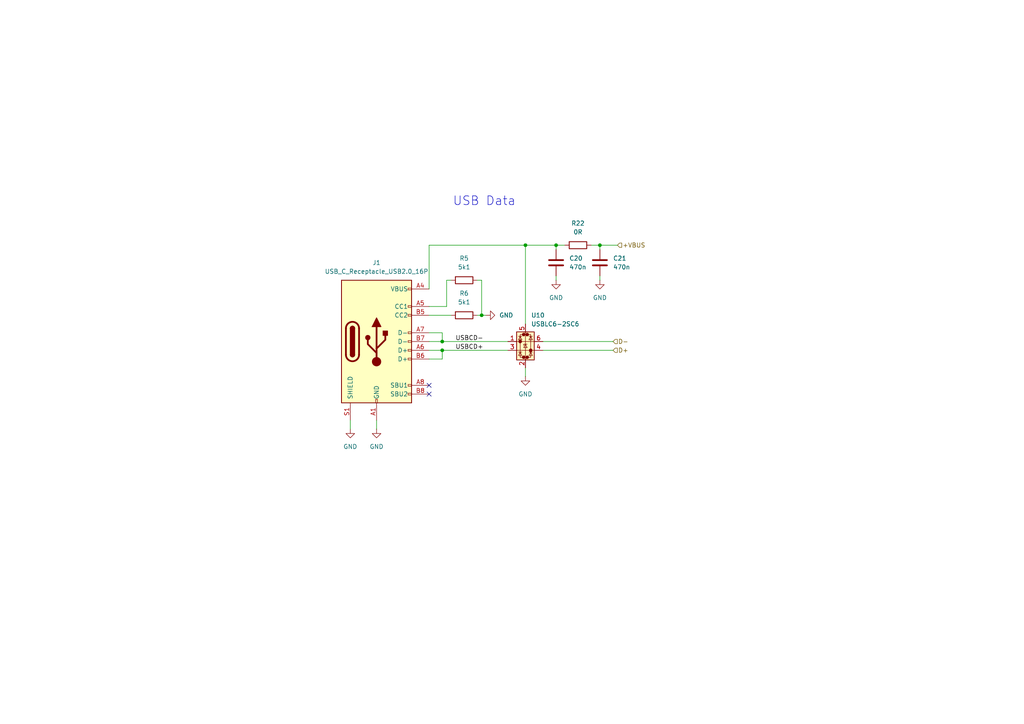
<source format=kicad_sch>
(kicad_sch (version 20250114) (generator "eeschema") (generator_version "9.0")
  (paper "A4")
  (title_block (title "FOCEars") (date "2025-12-05") (rev "A") (company "KaironSaber"))
  (lib_symbols
    (symbol "Connector:USB_C_Receptacle_USB2.0_16P" (pin_names (offset 1.016))
      (property "Reference" "J" (at 0 22.225 0))
      (property "Value" "USB_C_Receptacle_USB2.0_16P" (at 0 19.685 0))
      (symbol "USB_C_Receptacle_USB2.0_16P_0_0"
        (rectangle (start -0.254 -17.78) (end 0.254 -16.764))
        (rectangle (start 10.16 15.494) (end 9.144 14.986))
        (rectangle (start 10.16 10.414) (end 9.144 9.906))
        (rectangle (start 10.16 7.874) (end 9.144 7.366))
        (rectangle (start 10.16 2.794) (end 9.144 2.286))
        (rectangle (start 10.16 0.254) (end 9.144 -0.254))
        (rectangle (start 10.16 -2.286) (end 9.144 -2.794))
        (rectangle (start 10.16 -4.826) (end 9.144 -5.334))
        (rectangle (start 10.16 -12.446) (end 9.144 -12.954))
        (rectangle (start 10.16 -14.986) (end 9.144 -15.494))
      )
      (symbol "USB_C_Receptacle_USB2.0_16P_0_1"
        (rectangle (start -10.16 17.78) (end 10.16 -17.78) (stroke (width 0.254)) (fill (type background)))
        (polyline (pts (xy -8.89 -3.81) (xy -8.89 3.81)) (stroke (width 0.508)))
        (rectangle (start -7.62 -3.81) (end -6.35 3.81) (stroke (width 0.254)) (fill (type outline)))
        (arc (start -7.62 3.81) (mid -6.985 4.4423) (end -6.35 3.81) (stroke (width 0.254)))
        (arc (start -7.62 3.81) (mid -6.985 4.4423) (end -6.35 3.81) (stroke (width 0.254)) (fill (type outline)))
        (arc (start -8.89 3.81) (mid -6.985 5.7067) (end -5.08 3.81) (stroke (width 0.508)))
        (arc (start -5.08 -3.81) (mid -6.985 -5.7067) (end -8.89 -3.81) (stroke (width 0.508)))
        (arc (start -6.35 -3.81) (mid -6.985 -4.4423) (end -7.62 -3.81) (stroke (width 0.254)))
        (arc (start -6.35 -3.81) (mid -6.985 -4.4423) (end -7.62 -3.81) (stroke (width 0.254)) (fill (type outline)))
        (polyline (pts (xy -5.08 3.81) (xy -5.08 -3.81)) (stroke (width 0.508)))
        (circle (center -2.54 1.143) (radius 0.635) (stroke (width 0.254)) (fill (type outline)))
        (polyline (pts (xy -1.27 4.318) (xy 0 6.858) (xy 1.27 4.318) (xy -1.27 4.318)) (stroke (width 0.254)) (fill (type outline)))
        (polyline (pts (xy 0 -2.032) (xy 2.54 0.508) (xy 2.54 1.778)) (stroke (width 0.508)))
        (polyline (pts (xy 0 -3.302) (xy -2.54 -0.762) (xy -2.54 0.508)) (stroke (width 0.508)))
        (polyline (pts (xy 0 -5.842) (xy 0 4.318)) (stroke (width 0.508)))
        (circle (center 0 -5.842) (radius 1.27) (fill (type outline)))
        (rectangle (start 1.905 1.778) (end 3.175 3.048) (stroke (width 0.254)) (fill (type outline)))
      )
      (symbol "USB_C_Receptacle_USB2.0_16P_1_1"
        (pin passive line (at -7.62 -22.86 90) (length 5.08) (name "SHIELD") (number "S1"))
        (pin passive line (at 0 -22.86 90) (length 5.08) (name "GND") (number "A1"))
        (pin passive line (at 0 -22.86 90) (length 5.08) (hide yes) (name "GND") (number "A12"))
        (pin passive line (at 0 -22.86 90) (length 5.08) (hide yes) (name "GND") (number "B1"))
        (pin passive line (at 0 -22.86 90) (length 5.08) (hide yes) (name "GND") (number "B12"))
        (pin passive line (at 15.24 15.24 180) (length 5.08) (name "VBUS") (number "A4"))
        (pin passive line (at 15.24 15.24 180) (length 5.08) (hide yes) (name "VBUS") (number "A9"))
        (pin passive line (at 15.24 15.24 180) (length 5.08) (hide yes) (name "VBUS") (number "B4"))
        (pin passive line (at 15.24 15.24 180) (length 5.08) (hide yes) (name "VBUS") (number "B9"))
        (pin bidirectional line (at 15.24 10.16 180) (length 5.08) (name "CC1") (number "A5"))
        (pin bidirectional line (at 15.24 7.62 180) (length 5.08) (name "CC2") (number "B5"))
        (pin bidirectional line (at 15.24 2.54 180) (length 5.08) (name "D-") (number "A7"))
        (pin bidirectional line (at 15.24 0 180) (length 5.08) (name "D-") (number "B7"))
        (pin bidirectional line (at 15.24 -2.54 180) (length 5.08) (name "D+") (number "A6"))
        (pin bidirectional line (at 15.24 -5.08 180) (length 5.08) (name "D+") (number "B6"))
        (pin bidirectional line (at 15.24 -12.7 180) (length 5.08) (name "SBU1") (number "A8"))
        (pin bidirectional line (at 15.24 -15.24 180) (length 5.08) (name "SBU2") (number "B8"))
      )
    )
    (symbol "Device:C" (pin_numbers (hide yes)) (pin_names (offset 0.254))
      (property "Reference" "C" (at 0.635 2.54 0))
      (property "Value" "C" (at 0.635 -2.54 0))
      (symbol "C_0_1"
        (polyline (pts (xy -2.032 0.762) (xy 2.032 0.762)) (stroke (width 0.508)))
        (polyline (pts (xy -2.032 -0.762) (xy 2.032 -0.762)) (stroke (width 0.508)))
      )
      (symbol "C_1_1"
        (pin passive line (at 0 3.81 270) (length 2.794) (name "~") (number "1"))
        (pin passive line (at 0 -3.81 90) (length 2.794) (name "~") (number "2"))
      )
    )
    (symbol "Device:R" (pin_numbers (hide yes)) (pin_names (offset 0))
      (property "Reference" "R" (at 2.032 0 90))
      (property "Value" "R" (at 0 0 90))
      (symbol "R_0_1"
        (rectangle (start -1.016 -2.54) (end 1.016 2.54) (stroke (width 0.254)))
      )
      (symbol "R_1_1"
        (pin passive line (at 0 3.81 270) (length 1.27) (name "~") (number "1"))
        (pin passive line (at 0 -3.81 90) (length 1.27) (name "~") (number "2"))
      )
    )
    (symbol "Power_Protection:USBLC6-2SC6" (pin_names (hide yes))
      (property "Reference" "U" (at 0.635 5.715 0))
      (property "Value" "USBLC6-2SC6" (at 0.635 3.81 0))
      (symbol "USBLC6-2SC6_0_0"
        (circle (center -1.524 0) (radius 0.0001) (stroke (width 0.508)))
        (circle (center -0.508 2.032) (radius 0.0001) (stroke (width 0.508)))
        (circle (center -0.508 -4.572) (radius 0.0001) (stroke (width 0.508)))
        (circle (center 0.508 2.032) (radius 0.0001) (stroke (width 0.508)))
        (circle (center 0.508 -4.572) (radius 0.0001) (stroke (width 0.508)))
        (circle (center 1.524 -2.54) (radius 0.0001) (stroke (width 0.508)))
      )
      (symbol "USBLC6-2SC6_0_1"
        (polyline (pts (xy -2.54 0) (xy 2.54 0)))
        (polyline (pts (xy -2.54 -2.54) (xy 2.54 -2.54)))
        (polyline (pts (xy -2.032 0.508) (xy -1.016 0.508) (xy -1.524 1.524) (xy -2.032 0.508)))
        (polyline (pts (xy -2.032 -3.048) (xy -1.016 -3.048)))
        (polyline (pts (xy -1.016 1.524) (xy -2.032 1.524)))
        (polyline (pts (xy -1.016 -4.064) (xy -2.032 -4.064) (xy -1.524 -3.048) (xy -1.016 -4.064)))
        (polyline (pts (xy -0.508 -1.143) (xy -0.508 -0.762) (xy 0.508 -0.762)))
        (polyline (pts (xy 0 2.54) (xy -0.508 2.032) (xy 0.508 2.032) (xy 0 1.524) (xy 0 -4.064) (xy -0.508 -4.572) (xy 0.508 -4.572) (xy 0 -5.08)))
        (polyline (pts (xy 0.508 -1.778) (xy -0.508 -1.778) (xy 0 -0.762) (xy 0.508 -1.778)))
        (polyline (pts (xy 1.016 1.524) (xy 2.032 1.524)))
        (polyline (pts (xy 1.016 -3.048) (xy 2.032 -3.048)))
        (polyline (pts (xy 2.032 0.508) (xy 1.016 0.508) (xy 1.524 1.524) (xy 2.032 0.508)))
        (polyline (pts (xy 2.032 -4.064) (xy 1.016 -4.064) (xy 1.524 -3.048) (xy 2.032 -4.064)))
      )
      (symbol "USBLC6-2SC6_1_1"
        (rectangle (start -2.54 2.794) (end 2.54 -5.334) (stroke (width 0.254)) (fill (type background)))
        (polyline (pts (xy -0.508 2.032) (xy -1.524 2.032) (xy -1.524 -4.572) (xy -0.508 -4.572)))
        (polyline (pts (xy 0.508 -4.572) (xy 1.524 -4.572) (xy 1.524 2.032) (xy 0.508 2.032)))
        (pin passive line (at -5.08 0 0) (length 2.54) (name "I/O1") (number "1"))
        (pin passive line (at -5.08 -2.54 0) (length 2.54) (name "I/O2") (number "3"))
        (pin passive line (at 0 5.08 270) (length 2.54) (name "VBUS") (number "5"))
        (pin passive line (at 0 -7.62 90) (length 2.54) (name "GND") (number "2"))
        (pin passive line (at 5.08 0 180) (length 2.54) (name "I/O1") (number "6"))
        (pin passive line (at 5.08 -2.54 180) (length 2.54) (name "I/O2") (number "4"))
      )
    )
    (symbol "power:GND" (power) (pin_numbers (hide yes)) (pin_names (offset 0) (hide yes))
      (property "Value" "GND" (at 0 -3.81 0))
      (symbol "GND_0_1"
        (polyline (pts (xy 0 0) (xy 0 -1.27) (xy 1.27 -1.27) (xy 0 -2.54) (xy -1.27 -1.27) (xy 0 -1.27)))
      )
      (symbol "GND_1_1"
        (pin power_in line (at 0 0 270) (length 0) (name "~") (number "1"))
      )
    )
  )
  (text "USB Data" (at 140.462 58.42 0) (effects (font (size 2.54 2.54))))
  (junction (at 152.4 71.12))
  (junction (at 173.99 71.12))
  (junction (at 161.29 71.12))
  (junction (at 139.7 91.44))
  (junction (at 128.27 101.6))
  (junction (at 128.27 99.06))
  (no_connect (at 124.46 114.3))
  (no_connect (at 124.46 111.76))
  (wire (pts (xy 124.46 104.14) (xy 128.27 104.14)))
  (wire (pts (xy 128.27 101.6) (xy 124.46 101.6)))
  (wire (pts (xy 124.46 71.12) (xy 124.46 83.82)))
  (wire (pts (xy 124.46 99.06) (xy 128.27 99.06)))
  (wire (pts (xy 171.45 71.12) (xy 173.99 71.12)))
  (wire (pts (xy 124.46 71.12) (xy 152.4 71.12)))
  (wire (pts (xy 128.27 99.06) (xy 147.32 99.06)))
  (wire (pts (xy 152.4 106.68) (xy 152.4 109.22)))
  (wire (pts (xy 161.29 71.12) (xy 163.83 71.12)))
  (wire (pts (xy 173.99 71.12) (xy 179.07 71.12)))
  (wire (pts (xy 161.29 80.01) (xy 161.29 81.28)))
  (wire (pts (xy 173.99 80.01) (xy 173.99 81.28)))
  (wire (pts (xy 128.27 96.52) (xy 128.27 99.06)))
  (wire (pts (xy 157.48 101.6) (xy 177.8 101.6)))
  (wire (pts (xy 129.54 81.28) (xy 130.81 81.28)))
  (wire (pts (xy 129.54 81.28) (xy 129.54 88.9)))
  (wire (pts (xy 138.43 91.44) (xy 139.7 91.44)))
  (wire (pts (xy 157.48 99.06) (xy 177.8 99.06)))
  (wire (pts (xy 124.46 91.44) (xy 130.81 91.44)))
  (wire (pts (xy 139.7 91.44) (xy 140.97 91.44)))
  (wire (pts (xy 128.27 101.6) (xy 147.32 101.6)))
  (wire (pts (xy 152.4 71.12) (xy 152.4 93.98)))
  (wire (pts (xy 109.22 121.92) (xy 109.22 124.46)))
  (wire (pts (xy 152.4 71.12) (xy 161.29 71.12)))
  (wire (pts (xy 161.29 71.12) (xy 161.29 72.39)))
  (wire (pts (xy 173.99 71.12) (xy 173.99 72.39)))
  (wire (pts (xy 124.46 88.9) (xy 129.54 88.9)))
  (wire (pts (xy 128.27 104.14) (xy 128.27 101.6)))
  (wire (pts (xy 138.43 81.28) (xy 139.7 81.28)))
  (wire (pts (xy 101.6 121.92) (xy 101.6 124.46)))
  (wire (pts (xy 124.46 96.52) (xy 128.27 96.52)))
  (wire (pts (xy 139.7 81.28) (xy 139.7 91.44)))
  (label "USBCD+" (at 132.08 101.6 0))
  (label "USBCD-" (at 132.08 99.06 0))
  (hierarchical_label "D-" (shape input) (at 177.8 99.06 0))
  (hierarchical_label "+VBUS" (shape input) (at 179.07 71.12 0))
  (hierarchical_label "D+" (shape input) (at 177.8 101.6 0))
  (symbol (lib_id "Device:R") (at 134.62 81.28 270) (unit 1)
    (property "Reference" "R5" (at 134.62 74.93 90))
    (property "Value" "5k1" (at 134.62 77.47 90))
    (property "Footprint" "Resistor_SMD:R_0402_1005Metric" (effects (hide yes)))
    (property "Datasheet" "https://jlcpcb.com/partdetail/26648-0402WGF5101TCE/C25905" (effects (hide yes)))
    (property "Description" "Resistor" (effects (hide yes)))
    (property "LCSC Part" "C25905" (effects (hide yes)))
  )
  (symbol (lib_id "power:GND") (at 140.97 91.44 90) (unit 1)
    (property "Reference" "#PWR09" (effects (hide yes)))
    (property "Value" "GND" (at 144.78 91.4399 90) (effects (justify right)))
    (property "Description" "Power symbol creates a global label with name \"GND\" , ground" (effects (hide yes)))
  )
  (symbol (lib_id "Device:R") (at 167.64 71.12 90) (unit 1)
    (property "Reference" "R22" (at 167.64 64.77 90))
    (property "Value" "0R" (at 167.64 67.31 90))
    (property "Footprint" "Resistor_SMD:R_0603_1608Metric" (effects (hide yes)))
    (property "Datasheet" "https://jlcpcb.com/partdetail/21903-0603WAF0000T5E/C21189" (effects (hide yes)))
    (property "Description" "Resistor" (effects (hide yes)))
    (property "LCSC Part" "C21189" (effects (hide yes)))
  )
  (symbol (lib_id "power:GND") (at 173.99 81.28 0) (unit 1)
    (property "Reference" "#PWR068" (effects (hide yes)))
    (property "Value" "GND" (at 173.99 86.36 0))
    (property "Description" "Power symbol creates a global label with name \"GND\" , ground" (effects (hide yes)))
  )
  (symbol (lib_id "power:GND") (at 161.29 81.28 0) (unit 1)
    (property "Reference" "#PWR067" (effects (hide yes)))
    (property "Value" "GND" (at 161.29 86.36 0))
    (property "Description" "Power symbol creates a global label with name \"GND\" , ground" (effects (hide yes)))
  )
  (symbol (lib_id "power:GND") (at 101.6 124.46 0) (unit 1)
    (property "Reference" "#PWR08" (effects (hide yes)))
    (property "Value" "GND" (at 101.6 129.54 0))
    (property "Description" "Power symbol creates a global label with name \"GND\" , ground" (effects (hide yes)))
  )
  (symbol (lib_id "Device:C") (at 161.29 76.2 180) (unit 1)
    (property "Reference" "C20" (at 165.1 74.9299 0) (effects (justify right)))
    (property "Value" "470n" (at 165.1 77.4699 0) (effects (justify right)))
    (property "Footprint" "Capacitor_SMD:C_0603_1608Metric" (effects (hide yes)))
    (property "Datasheet" "https://jlcpcb.com/partdetail/1975-CL10B474KA8NNNC/C1623" (effects (hide yes)))
    (property "Description" "Unpolarized capacitor" (effects (hide yes)))
    (property "LCSC Part" "C1623" (effects (hide yes)))
  )
  (symbol (lib_id "power:GND") (at 152.4 109.22 0) (unit 1)
    (property "Reference" "#PWR03" (effects (hide yes)))
    (property "Value" "GND" (at 152.4 114.3 0))
    (property "Description" "Power symbol creates a global label with name \"GND\" , ground" (effects (hide yes)))
  )
  (symbol (lib_id "Connector:USB_C_Receptacle_USB2.0_16P") (at 109.22 99.06 0) (unit 1)
    (property "Reference" "J1" (at 109.22 76.2 0))
    (property "Value" "USB_C_Receptacle_USB2.0_16P" (at 109.22 78.74 0))
    (property "Footprint" "Connector_USB:USB_C_Receptacle_GCT_USB4105-xx-A_16P_TopMnt_Horizontal" (effects (hide yes)))
    (property "Datasheet" "https://jlcpcb.com/partdetail/5849584-USB4105_GF_A120/C5184243" (effects (hide yes)))
    (property "Description" "USB 2.0-only 16P Type-C Receptacle connector" (effects (hide yes)))
    (property "LCSC Part" "C5184243" (effects (hide yes)))
  )
  (symbol (lib_id "Device:R") (at 134.62 91.44 270) (unit 1)
    (property "Reference" "R6" (at 134.62 85.09 90))
    (property "Value" "5k1" (at 134.62 87.63 90))
    (property "Footprint" "Resistor_SMD:R_0402_1005Metric" (effects (hide yes)))
    (property "Datasheet" "https://jlcpcb.com/partdetail/26648-0402WGF5101TCE/C25905" (effects (hide yes)))
    (property "Description" "Resistor" (effects (hide yes)))
    (property "LCSC Part" "C25905" (effects (hide yes)))
  )
  (symbol (lib_id "power:GND") (at 109.22 124.46 0) (unit 1)
    (property "Reference" "#PWR06" (effects (hide yes)))
    (property "Value" "GND" (at 109.22 129.54 0))
    (property "Description" "Power symbol creates a global label with name \"GND\" , ground" (effects (hide yes)))
  )
  (symbol (lib_id "Device:C") (at 173.99 76.2 180) (unit 1)
    (property "Reference" "C21" (at 177.8 74.9299 0) (effects (justify right)))
    (property "Value" "470n" (at 177.8 77.4699 0) (effects (justify right)))
    (property "Footprint" "Capacitor_SMD:C_0603_1608Metric" (effects (hide yes)))
    (property "Datasheet" "https://jlcpcb.com/partdetail/1975-CL10B474KA8NNNC/C1623" (effects (hide yes)))
    (property "Description" "Unpolarized capacitor" (effects (hide yes)))
    (property "LCSC Part" "C1623" (effects (hide yes)))
  )
  (symbol (lib_id "Power_Protection:USBLC6-2SC6") (at 152.4 99.06 0) (unit 1)
    (property "Reference" "U10" (at 154.0511 91.44 0) (effects (justify left)))
    (property "Value" "USBLC6-2SC6" (at 154.0511 93.98 0) (effects (justify left)))
    (property "Footprint" "Package_TO_SOT_SMD:SOT-23-6" (effects (hide yes)))
    (property "Datasheet" "https://www.st.com/resource/en/datasheet/usblc6-2.pdf" (effects (hide yes)))
    (property "Description" "Very low capacitance ESD protection diode, 2 data-line, SOT-23-6" (effects (hide yes)))
    (property "LCSC Part" "C7519" (effects (hide yes)))
  )
)
</source>
